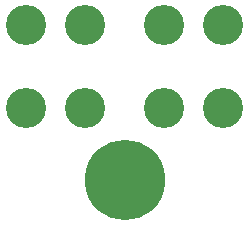
<source format=gbr>
G04 #@! TF.FileFunction,Soldermask,Top*
%FSLAX46Y46*%
G04 Gerber Fmt 4.6, Leading zero omitted, Abs format (unit mm)*
G04 Created by KiCad (PCBNEW 4.0.7-e2-6376~58~ubuntu16.04.1) date Tue Oct 24 22:26:34 2017*
%MOMM*%
%LPD*%
G01*
G04 APERTURE LIST*
%ADD10C,0.100000*%
%ADD11C,3.400000*%
%ADD12C,6.800000*%
G04 APERTURE END LIST*
D10*
D11*
X8088000Y9327000D03*
X3088000Y9327000D03*
X3088000Y16327000D03*
X8088000Y16327000D03*
X19772000Y9327000D03*
X14772000Y9327000D03*
X14772000Y16327000D03*
X19772000Y16327000D03*
D12*
X11430000Y3175000D03*
M02*

</source>
